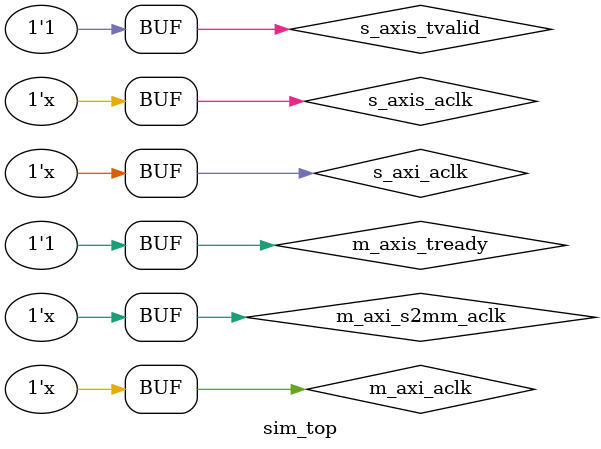
<source format=v>
`timescale 1ns / 1ps


module sim_top();
  reg s_axi_aclk        =   0;
  reg s_axis_aclk       =   0;
  reg m_axi_aclk        =   0;
  reg m_axi_s2mm_aclk   =   0;
  
  wire [31:0]axis_rd_SRAM_count;
  
  wire [31:0]m_axis_tdata;
  reg m_axis_tready     =   0;
  wire m_axis_tvalid;
  
  reg [31:0]s_axis_tdata= 0;
  wire s_axis_tready;
  reg s_axis_tvalid     =   0;
  
  always #20 s_axi_aclk = ~s_axi_aclk;
  always #20 s_axis_aclk = ~s_axis_aclk;
  always #20 m_axi_aclk = ~m_axi_aclk;
  always #20 m_axi_s2mm_aclk = ~m_axi_s2mm_aclk;
  
  initial begin
    #1000 
    s_axis_tvalid <= 1;
    m_axis_tready <= 1;
  end
  always @(posedge s_axis_aclk)begin
    if(s_axis_tready && s_axis_tvalid)
        s_axis_tdata <= s_axis_tdata + 1;
    else s_axis_tdata <= s_axis_tdata;
  end
//  always @(posedge m_axi_aclk)begin
//    if(axis_rd_SRAM_count)
//        m_axis_tready <= 1;
//    else m_axis_tready <= m_axis_tready;
//  end
   axi_vd axi_vd_i
       (.axis_rd_SRAM_count(axis_rd_SRAM_count),
        .m_axi_aclk(m_axi_aclk),
        .m_axi_s2mm_aclk(m_axi_s2mm_aclk),
        .m_axis_tdata(m_axis_tdata),
        .m_axis_tready(m_axis_tready),
        .m_axis_tvalid(m_axis_tvalid),
        .s_axi_aclk(s_axi_aclk),
        .s_axis_aclk(s_axis_aclk),
        .s_axis_tdata(s_axis_tdata),
        .s_axis_tready(s_axis_tready),
        .s_axis_tvalid(s_axis_tvalid));
endmodule

</source>
